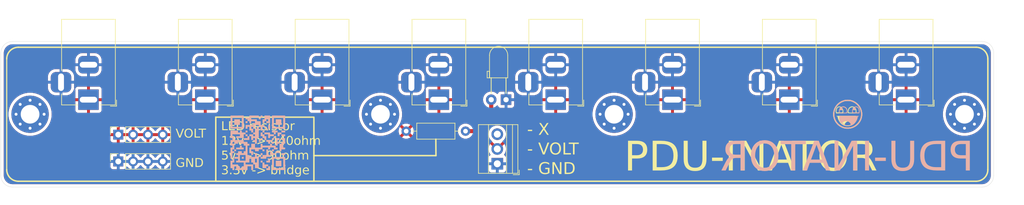
<source format=kicad_pcb>
(kicad_pcb (version 20240108) (generator "pcbnew") (generator_version "8.0")
  (layers (0 "F.Cu" signal) (31 "B.Cu" signal) (34 "B.Paste" user) (35 "F.Paste" user) (36 "B.SilkS" user "B.Silkscreen") (37 "F.SilkS" user "F.Silkscreen") (38 "B.Mask" user) (39 "F.Mask" user) (44 "Edge.Cuts" user))
  (net 0 "")
  (net 1 "GND")
  (net 2 "+5V")
  (net 3 "Net-(D1-A)")
  (footprint "Connector_BarrelJack:BarrelJack_Horizontal" (layer "F.Cu") (at 255 60 -90)
    (property "Reference" "J7" (hide yes))
    (property "Value" "Barrel_Jack_Switch_Pin3Ring")
    (pad "1" thru_hole rect (at 0 0 270) (size 3.5 3.5) (drill oval 1 3) (layers "*.Cu" "*.Mask") (net 2 "+5V"))
    (pad "2" thru_hole roundrect (at -6 0 270) (size 3 3.5) (drill oval 1 3) (layers "*.Cu" "*.Mask") (net 1 "GND"))
    (pad "3" thru_hole roundrect (at -3 4.7 270) (size 3.5 3.5) (drill oval 3 1) (layers "*.Cu" "*.Mask") (net 1 "GND"))
  )
  (footprint "Connector_PinSocket_2.54mm:PinSocket_1x04_P2.54mm_Vertical" (layer "F.Cu") (at 120.1 70.6 90)
    (property "Reference" "J10" (hide yes))
    (property "Value" "Conn_01x04_Socket")
    (pad "1" thru_hole rect (at 0 0 90) (size 1.7 1.7) (drill 1) (layers "*.Cu" "*.Mask") (net 1 "GND"))
    (pad "2" thru_hole oval (at 0 2.54 90) (size 1.7 1.7) (drill 1) (layers "*.Cu" "*.Mask") (net 1 "GND"))
    (pad "3" thru_hole oval (at 0 5.08 90) (size 1.7 1.7) (drill 1) (layers "*.Cu" "*.Mask") (net 1 "GND"))
    (pad "4" thru_hole oval (at 0 7.62 90) (size 1.7 1.7) (drill 1) (layers "*.Cu" "*.Mask") (net 1 "GND"))
  )
  (footprint "Connector_BarrelJack:BarrelJack_Horizontal" (layer "F.Cu") (at 195 60 -90)
    (property "Reference" "J6" (hide yes))
    (property "Value" "Barrel_Jack_Switch_Pin3Ring")
    (pad "1" thru_hole rect (at 0 0 270) (size 3.5 3.5) (drill oval 1 3) (layers "*.Cu" "*.Mask") (net 2 "+5V"))
    (pad "2" thru_hole roundrect (at -6 0 270) (size 3 3.5) (drill oval 1 3) (layers "*.Cu" "*.Mask") (net 1 "GND"))
    (pad "3" thru_hole roundrect (at -3 4.7 270) (size 3.5 3.5) (drill oval 3 1) (layers "*.Cu" "*.Mask") (net 1 "GND"))
  )
  (footprint "MountingHole:MountingHole_3.2mm_M3_Pad_Via" (layer "F.Cu") (at 165 62.5)
    (property "Reference" "H3" (hide yes))
    (property "Value" "MountingHole")
    (pad "1" thru_hole circle (at -2.4 0) (size 0.8 0.8) (drill 0.5) (layers "*.Cu" "*.Mask"))
    (pad "1" thru_hole circle (at -1.697056 -1.697056) (size 0.8 0.8) (drill 0.5) (layers "*.Cu" "*.Mask"))
    (pad "1" thru_hole circle (at -1.697056 1.697056) (size 0.8 0.8) (drill 0.5) (layers "*.Cu" "*.Mask"))
    (pad "1" thru_hole circle (at 0 -2.4) (size 0.8 0.8) (drill 0.5) (layers "*.Cu" "*.Mask"))
    (pad "1" thru_hole circle (at 0 0) (size 6.4 6.4) (drill 3.2) (layers "*.Cu" "*.Mask"))
    (pad "1" thru_hole circle (at 0 2.4) (size 0.8 0.8) (drill 0.5) (layers "*.Cu" "*.Mask"))
    (pad "1" thru_hole circle (at 1.697056 -1.697056) (size 0.8 0.8) (drill 0.5) (layers "*.Cu" "*.Mask"))
    (pad "1" thru_hole circle (at 1.697056 1.697056) (size 0.8 0.8) (drill 0.5) (layers "*.Cu" "*.Mask"))
    (pad "1" thru_hole circle (at 2.4 0) (size 0.8 0.8) (drill 0.5) (layers "*.Cu" "*.Mask"))
  )
  (footprint "Connector_BarrelJack:BarrelJack_Horizontal" (layer "F.Cu") (at 115 60 -90)
    (property "Reference" "J1" (hide yes))
    (property "Value" "Barrel_Jack_Switch_Pin3Ring")
    (pad "1" thru_hole rect (at 0 0 270) (size 3.5 3.5) (drill oval 1 3) (layers "*.Cu" "*.Mask") (net 2 "+5V"))
    (pad "2" thru_hole roundrect (at -6 0 270) (size 3 3.5) (drill oval 1 3) (layers "*.Cu" "*.Mask") (net 1 "GND"))
    (pad "3" thru_hole roundrect (at -3 4.7 270) (size 3.5 3.5) (drill oval 3 1) (layers "*.Cu" "*.Mask") (net 1 "GND"))
  )
  (footprint "MountingHole:MountingHole_3.2mm_M3_Pad_Via" (layer "F.Cu") (at 265 62.5)
    (property "Reference" "H2" (hide yes))
    (property "Value" "MountingHole")
    (pad "1" thru_hole circle (at -2.4 0) (size 0.8 0.8) (drill 0.5) (layers "*.Cu" "*.Mask"))
    (pad "1" thru_hole circle (at -1.697056 -1.697056) (size 0.8 0.8) (drill 0.5) (layers "*.Cu" "*.Mask"))
    (pad "1" thru_hole circle (at -1.697056 1.697056) (size 0.8 0.8) (drill 0.5) (layers "*.Cu" "*.Mask"))
    (pad "1" thru_hole circle (at 0 -2.4) (size 0.8 0.8) (drill 0.5) (layers "*.Cu" "*.Mask"))
    (pad "1" thru_hole circle (at 0 0) (size 6.4 6.4) (drill 3.2) (layers "*.Cu" "*.Mask"))
    (pad "1" thru_hole circle (at 0 2.4) (size 0.8 0.8) (drill 0.5) (layers "*.Cu" "*.Mask"))
    (pad "1" thru_hole circle (at 1.697056 -1.697056) (size 0.8 0.8) (drill 0.5) (layers "*.Cu" "*.Mask"))
    (pad "1" thru_hole circle (at 1.697056 1.697056) (size 0.8 0.8) (drill 0.5) (layers "*.Cu" "*.Mask"))
    (pad "1" thru_hole circle (at 2.4 0) (size 0.8 0.8) (drill 0.5) (layers "*.Cu" "*.Mask"))
  )
  (footprint "MountingHole:MountingHole_3.2mm_M3_Pad_Via" (layer "F.Cu") (at 105 62.5)
    (property "Reference" "H1" (hide yes))
    (property "Value" "MountingHole")
    (pad "1" thru_hole circle (at -2.4 0) (size 0.8 0.8) (drill 0.5) (layers "*.Cu" "*.Mask"))
    (pad "1" thru_hole circle (at -1.697056 -1.697056) (size 0.8 0.8) (drill 0.5) (layers "*.Cu" "*.Mask"))
    (pad "1" thru_hole circle (at -1.697056 1.697056) (size 0.8 0.8) (drill 0.5) (layers "*.Cu" "*.Mask"))
    (pad "1" thru_hole circle (at 0 -2.4) (size 0.8 0.8) (drill 0.5) (layers "*.Cu" "*.Mask"))
    (pad "1" thru_hole circle (at 0 0) (size 6.4 6.4) (drill 3.2) (layers "*.Cu" "*.Mask"))
    (pad "1" thru_hole circle (at 0 2.4) (size 0.8 0.8) (drill 0.5) (layers "*.Cu" "*.Mask"))
    (pad "1" thru_hole circle (at 1.697056 -1.697056) (size 0.8 0.8) (drill 0.5) (layers "*.Cu" "*.Mask"))
    (pad "1" thru_hole circle (at 1.697056 1.697056) (size 0.8 0.8) (drill 0.5) (layers "*.Cu" "*.Mask"))
    (pad "1" thru_hole circle (at 2.4 0) (size 0.8 0.8) (drill 0.5) (layers "*.Cu" "*.Mask"))
  )
  (footprint "TerminalBlock:TerminalBlock_Xinya_XY308-2.54-3P_1x03_P2.54mm_Horizontal" (layer "F.Cu") (at 185 71 90)
    (property "Reference" "J2" (hide yes))
    (property "Value" "Screw_Terminal_01x03")
    (pad "1" thru_hole rect (at 0 0 90) (size 2 2) (drill 1.2) (layers "*.Cu" "*.Mask") (net 1 "GND"))
    (pad "2" thru_hole circle (at 2.54 0 90) (size 2 2) (drill 1.2) (layers "*.Cu" "*.Mask") (net 2 "+5V"))
    (pad "3" thru_hole circle (at 5.08 0 90) (size 2 2) (drill 1.2) (layers "*.Cu" "*.Mask"))
  )
  (footprint "Connector_BarrelJack:BarrelJack_Horizontal" (layer "F.Cu") (at 215 60 -90)
    (property "Reference" "J9" (hide yes))
    (property "Value" "Barrel_Jack_Switch_Pin3Ring")
    (pad "1" thru_hole rect (at 0 0 270) (size 3.5 3.5) (drill oval 1 3) (layers "*.Cu" "*.Mask") (net 2 "+5V"))
    (pad "2" thru_hole roundrect (at -6 0 270) (size 3 3.5) (drill oval 1 3) (layers "*.Cu" "*.Mask") (net 1 "GND"))
    (pad "3" thru_hole roundrect (at -3 4.7 270) (size 3.5 3.5) (drill oval 3 1) (layers "*.Cu" "*.Mask") (net 1 "GND"))
  )
  (footprint "Connector_BarrelJack:BarrelJack_Horizontal" (layer "F.Cu") (at 155 60 -90)
    (property "Reference" "J4" (hide yes))
    (property "Value" "Barrel_Jack_Switch_Pin3Ring")
    (pad "1" thru_hole rect (at 0 0 270) (size 3.5 3.5) (drill oval 1 3) (layers "*.Cu" "*.Mask") (net 2 "+5V"))
    (pad "2" thru_hole roundrect (at -6 0 270) (size 3 3.5) (drill oval 1 3) (layers "*.Cu" "*.Mask") (net 1 "GND"))
    (pad "3" thru_hole roundrect (at -3 4.7 270) (size 3.5 3.5) (drill oval 3 1) (layers "*.Cu" "*.Mask") (net 1 "GND"))
  )
  (footprint "Connector_BarrelJack:BarrelJack_Horizontal" (layer "F.Cu") (at 135 60 -90)
    (property "Reference" "J3" (hide yes))
    (property "Value" "Barrel_Jack_Switch_Pin3Ring")
    (pad "1" thru_hole rect (at 0 0 270) (size 3.5 3.5) (drill oval 1 3) (layers "*.Cu" "*.Mask") (net 2 "+5V"))
    (pad "2" thru_hole roundrect (at -6 0 270) (size 3 3.5) (drill oval 1 3) (layers "*.Cu" "*.Mask") (net 1 "GND"))
    (pad "3" thru_hole roundrect (at -3 4.7 270) (size 3.5 3.5) (drill oval 3 1) (layers "*.Cu" "*.Mask") (net 1 "GND"))
  )
  (footprint "LED_THT:LED_D3.0mm_Horizontal_O3.81mm_Z10.0mm" (layer "F.Cu") (at 186.5 60 180)
    (property "Reference" "D1" (hide yes))
    (property "Value" "LED")
    (pad "1" thru_hole rect (at 0 0 180) (size 1.8 1.8) (drill 0.9) (layers "*.Cu" "*.Mask") (net 1 "GND"))
    (pad "2" thru_hole circle (at 2.54 0 180) (size 1.8 1.8) (drill 0.9) (layers "*.Cu" "*.Mask") (net 3 "Net-(D1-A)"))
  )
  (footprint "Connector_BarrelJack:BarrelJack_Horizontal" (layer "F.Cu") (at 235 60 -90)
    (property "Reference" "J8" (hide yes))
    (property "Value" "Barrel_Jack_Switch_Pin3Ring")
    (pad "1" thru_hole rect (at 0 0 270) (size 3.5 3.5) (drill oval 1 3) (layers "*.Cu" "*.Mask") (net 2 "+5V"))
    (pad "2" thru_hole roundrect (at -6 0 270) (size 3 3.5) (drill oval 1 3) (layers "*.Cu" "*.Mask") (net 1 "GND"))
    (pad "3" thru_hole roundrect (at -3 4.7 270) (size 3.5 3.5) (drill oval 3 1) (layers "*.Cu" "*.Mask") (net 1 "GND"))
  )
  (footprint "Connector_BarrelJack:BarrelJack_Horizontal" (layer "F.Cu") (at 175 60 -90)
    (property "Reference" "J5" (hide yes))
    (property "Value" "Barrel_Jack_Switch_Pin3Ring")
    (pad "1" thru_hole rect (at 0 0 270) (size 3.5 3.5) (drill oval 1 3) (layers "*.Cu" "*.Mask") (net 2 "+5V"))
    (pad "2" thru_hole roundrect (at -6 0 270) (size 3 3.5) (drill oval 1 3) (layers "*.Cu" "*.Mask") (net 1 "GND"))
    (pad "3" thru_hole roundrect (at -3 4.7 270) (size 3.5 3.5) (drill oval 3 1) (layers "*.Cu" "*.Mask") (net 1 "GND"))
  )
  (footprint "MyKicadFootprints:awesome-logo" (layer "F.Cu") (at 245 62.5)
    (property "Reference" "LOGO1" (hide yes))
    (property "Value" "**REF" (hide yes))
  )
  (footprint "Resistor_THT:R_Axial_DIN0207_L6.3mm_D2.5mm_P10.16mm_Horizontal" (layer "F.Cu") (at 169.4 65.4)
    (property "Reference" "R1" (hide yes))
    (property "Value" "R")
    (pad "1" thru_hole circle (at 0 0) (size 1.6 1.6) (drill 0.8) (layers "*.Cu" "*.Mask") (net 2 "+5V"))
    (pad "2" thru_hole oval (at 10.16 0) (size 1.6 1.6) (drill 0.8) (layers "*.Cu" "*.Mask") (net 3 "Net-(D1-A)"))
  )
  (footprint "MountingHole:MountingHole_3.2mm_M3_Pad_Via" (layer "F.Cu") (at 205 62.5)
    (property "Reference" "H4" (hide yes))
    (property "Value" "MountingHole")
    (pad "1" thru_hole circle (at -2.4 0) (size 0.8 0.8) (drill 0.5) (layers "*.Cu" "*.Mask"))
    (pad "1" thru_hole circle (at -1.697056 -1.697056) (size 0.8 0.8) (drill 0.5) (layers "*.Cu" "*.Mask"))
    (pad "1" thru_hole circle (at -1.697056 1.697056) (size 0.8 0.8) (drill 0.5) (layers "*.Cu" "*.Mask"))
    (pad "1" thru_hole circle (at 0 -2.4) (size 0.8 0.8) (drill 0.5) (layers "*.Cu" "*.Mask"))
    (pad "1" thru_hole circle (at 0 0) (size 6.4 6.4) (drill 3.2) (layers "*.Cu" "*.Mask"))
    (pad "1" thru_hole circle (at 0 2.4) (size 0.8 0.8) (drill 0.5) (layers "*.Cu" "*.Mask"))
    (pad "1" thru_hole circle (at 1.697056 -1.697056) (size 0.8 0.8) (drill 0.5) (layers "*.Cu" "*.Mask"))
    (pad "1" thru_hole circle (at 1.697056 1.697056) (size 0.8 0.8) (drill 0.5) (layers "*.Cu" "*.Mask"))
    (pad "1" thru_hole circle (at 2.4 0) (size 0.8 0.8) (drill 0.5) (layers "*.Cu" "*.Mask"))
  )
  (footprint "Connector_PinSocket_2.54mm:PinSocket_1x04_P2.54mm_Vertical" (layer "F.Cu") (at 120.1 66 90)
    (property "Reference" "J11" (hide yes))
    (property "Value" "Conn_01x04_Socket")
    (pad "1" thru_hole rect (at 0 0 90) (size 1.7 1.7) (drill 1) (layers "*.Cu" "*.Mask") (net 2 "+5V"))
    (pad "2" thru_hole oval (at 0 2.54 90) (size 1.7 1.7) (drill 1) (layers "*.Cu" "*.Mask") (net 2 "+5V"))
    (pad "3" thru_hole oval (at 0 5.08 90) (size 1.7 1.7) (drill 1) (layers "*.Cu" "*.Mask") (net 2 "+5V"))
    (pad "4" thru_hole oval (at 0 7.62 90) (size 1.7 1.7) (drill 1) (layers "*.Cu" "*.Mask") (net 2 "+5V"))
  )
  (footprint "MyKicadFootprints:awesome-logo" (layer "B.Cu") (at 245 62.5 180)
    (property "Reference" "LOGO2" (hide yes))
    (property "Value" "**REF" (hide yes))
  )
  (footprint "MyKicadFootprints:simple-pdu-pcb-qr-10mm" (layer "B.Cu") (at 144 67.4 180)
    (property "Reference" "LOGO3" (hide yes))
    (property "Value" "**REF" (hide yes))
  )
  (gr_arc (start 267 51) (mid 268.414214 51.585786) (end 269 53) (stroke (width 0.25)) (layer "F.SilkS"))
  (gr_line (start 174.48 66.77) (end 174.5 69.6) (stroke (width 0.25)) (layer "F.SilkS"))
  (gr_line (start 103 51) (end 267 51) (stroke (width 0.25)) (layer "F.SilkS"))
  (gr_rect (start 136.8 63) (end 153.6 74) (stroke (width 0.25)) (fill none) (layer "F.SilkS"))
  (gr_arc (start 103 74) (mid 101.585786 73.414214) (end 101 72) (stroke (width 0.25)) (layer "F.SilkS"))
  (gr_line (start 101 72) (end 101 53) (stroke (width 0.2)) (layer "F.SilkS"))
  (gr_arc (start 269 72) (mid 268.414214 73.414214) (end 267 74) (stroke (width 0.25)) (layer "F.SilkS"))
  (gr_line (start 269 53) (end 269 72) (stroke (width 0.25)) (layer "F.SilkS"))
  (gr_arc (start 101 53) (mid 101.585786 51.585786) (end 103 51) (stroke (width 0.25)) (layer "F.SilkS"))
  (gr_line (start 267 74) (end 103 74) (stroke (width 0.25)) (layer "F.SilkS"))
  (gr_line (start 174.5 69.6) (end 153.6 69.6) (stroke (width 0.25)) (layer "F.SilkS"))
  (gr_arc (start 270 73) (mid 269.414214 74.414214) (end 268 75) (stroke (width 0.05)) (layer "Edge.Cuts"))
  (gr_line (start 100 73) (end 100 52) (stroke (width 0.05)) (layer "Edge.Cuts"))
  (gr_arc (start 102 75) (mid 100.585786 74.414214) (end 100 73) (stroke (width 0.05)) (layer "Edge.Cuts"))
  (gr_line (start 268 75) (end 102 75) (stroke (width 0.05)) (layer "Edge.Cuts"))
  (gr_arc (start 268 50) (mid 269.414214 50.585786) (end 270 52) (stroke (width 0.05)) (layer "Edge.Cuts"))
  (gr_line (start 102 50) (end 268 50) (stroke (width 0.05)) (layer "Edge.Cuts"))
  (gr_arc (start 100 52) (mid 100.585786 50.585786) (end 102 50) (stroke (width 0.05)) (layer "Edge.Cuts"))
  (gr_line (start 270 52) (end 270 73) (stroke (width 0.05)) (layer "Edge.Cuts"))
  (gr_text "PDU-INATOR" (at 266.6 73 0) (layer "B.SilkS") (effects (font (size 5 5)) (justify left bottom mirror)))
  (gr_text "PDU-INATOR" (at 206.7 73 0) (layer "F.SilkS") (effects (font (size 5 5)) (justify left bottom)))
  (gr_text "VOLT\n\nGND" (at 129.92 71.8 0) (layer "F.SilkS") (effects (font (size 1.5 1.5)) (justify left bottom)))
  (gr_text "- X\n- VOLT\n- GND" (at 190.1 73.1 0) (layer "F.SilkS") (effects (font (size 2 2)) (justify left bottom)))
  (gr_text "LED resistor\n12v  -> 440ohm\n5v   -> 90ohm\n3.3v -> bridge" (at 137.7 73.05 0) (layer "F.SilkS") (effects (font (size 1.5 1.5)) (justify left bottom)))
  (segment (start 182 65.4) (end 183.96 63.44) (width 0.7) (layer "F.Cu") (net 3))
  (segment (start 183.96 63.44) (end 183.96 60) (width 0.7) (layer "F.Cu") (net 3))
  (segment (start 179.56 65.4) (end 182 65.4) (width 0.7) (layer "F.Cu") (net 3))
  (zone (net 2) (net_name "+5V") (layer "F.Cu") (connect_pads (clearance 0.5)) (min_thickness 0.25) (fill yes (thermal_gap 0.5) (thermal_bridge_width 0.5))
    (polygon (pts (xy 100 50) (xy 275.2 49.8) (xy 275.2 74.8) (xy 100 75)))
  )
  (zone (net 1) (net_name "GND") (layer "B.Cu") (priority 1) (connect_pads (clearance 0.5)) (min_thickness 0.25) (fill yes (thermal_gap 0.5) (thermal_bridge_width 0.5))
    (polygon (pts (xy 100 50) (xy 275.2 49.9) (xy 275.2 74.9) (xy 100 75)))
  )
)
</source>
